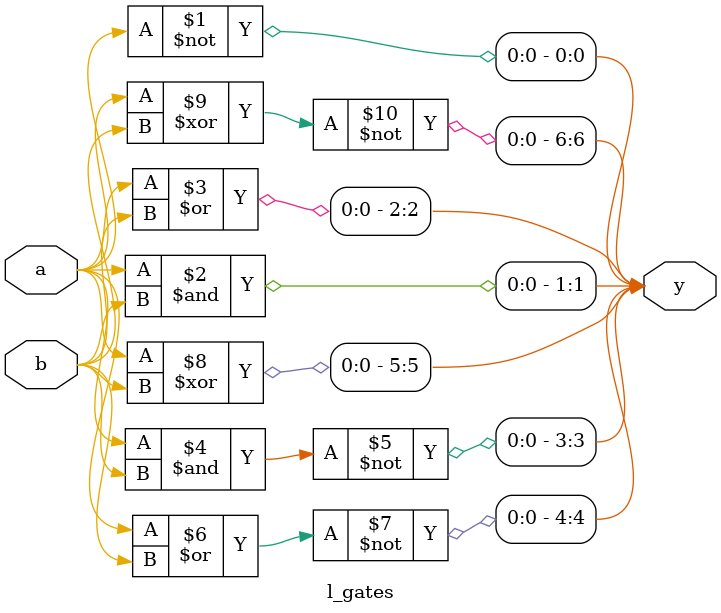
<source format=v>
`timescale 1ns / 1ps


module l_gates(
    input a,
    input b,
    output [6:0] y
    );
    assign y[0]=~a;
    assign y[1]=a&b;
    assign y[2]=a|b;
    assign y[3]=~(a&b);
    assign y[4]=~(a|b);
    assign y[5]=a^b;
    assign y[6]=~(a^b);
endmodule

</source>
